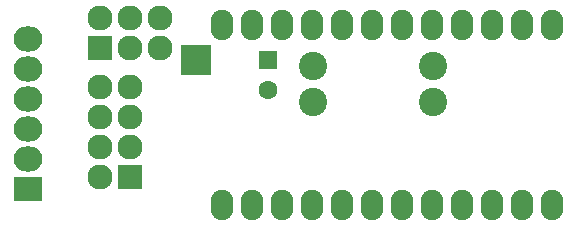
<source format=gts>
G04 #@! TF.FileFunction,Soldermask,Top*
%FSLAX46Y46*%
G04 Gerber Fmt 4.6, Leading zero omitted, Abs format (unit mm)*
G04 Created by KiCad (PCBNEW 4.0.2-4+6225~38~ubuntu14.04.1-stable) date lør 20 feb 2016 18:40:53 CET*
%MOMM*%
G01*
G04 APERTURE LIST*
%ADD10C,0.100000*%
%ADD11O,1.901140X2.599640*%
%ADD12O,2.127200X2.127200*%
%ADD13R,2.127200X2.127200*%
%ADD14R,2.432000X2.127200*%
%ADD15O,2.432000X2.127200*%
%ADD16R,1.600000X1.600000*%
%ADD17C,1.600000*%
%ADD18C,2.398980*%
%ADD19R,2.635200X2.635200*%
G04 APERTURE END LIST*
D10*
D11*
X195491100Y-132943600D03*
X198031100Y-132943600D03*
X200571100Y-132943600D03*
X203111100Y-132943600D03*
X205651100Y-132943600D03*
X208191100Y-132943600D03*
X210731100Y-132943600D03*
X213271100Y-132943600D03*
X215811100Y-132943600D03*
X218351100Y-132943600D03*
X220891100Y-132943600D03*
X223431100Y-132943600D03*
X223431100Y-117703600D03*
X220891100Y-117703600D03*
X218351100Y-117703600D03*
X215811100Y-117703600D03*
X213271100Y-117703600D03*
X210731100Y-117703600D03*
X208191100Y-117703600D03*
X205651100Y-117703600D03*
X203111100Y-117703600D03*
X200571100Y-117703600D03*
X198031100Y-117703600D03*
X195491100Y-117703600D03*
D12*
X187706000Y-122936000D03*
X185166000Y-122936000D03*
X187706000Y-125476000D03*
X185166000Y-125476000D03*
X187706000Y-128016000D03*
X185166000Y-128016000D03*
D13*
X187706000Y-130556000D03*
D12*
X185166000Y-130556000D03*
D14*
X179070000Y-131572000D03*
D15*
X179070000Y-129032000D03*
X179070000Y-126492000D03*
X179070000Y-123952000D03*
X179070000Y-121412000D03*
X179070000Y-118872000D03*
D16*
X199390000Y-120650000D03*
D17*
X199390000Y-123150000D03*
D18*
X213360000Y-124206000D03*
X203200000Y-124206000D03*
X203200000Y-121158000D03*
X213360000Y-121158000D03*
D13*
X185166000Y-119634000D03*
D12*
X185166000Y-117094000D03*
X187706000Y-119634000D03*
X187706000Y-117094000D03*
X190246000Y-119634000D03*
X190246000Y-117094000D03*
D19*
X193294000Y-120650000D03*
M02*

</source>
